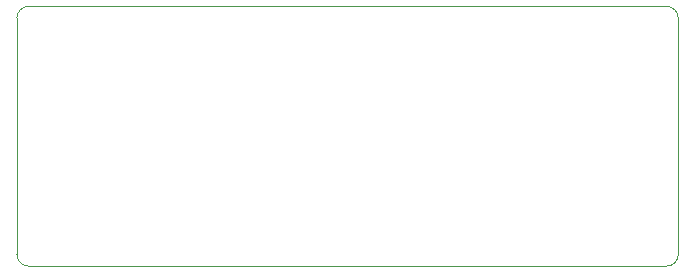
<source format=gbr>
G04 #@! TF.GenerationSoftware,KiCad,Pcbnew,(5.1.5-0-10_14)*
G04 #@! TF.CreationDate,2020-01-04T14:18:12-08:00*
G04 #@! TF.ProjectId,Grits,47726974-732e-46b6-9963-61645f706362,rev?*
G04 #@! TF.SameCoordinates,Original*
G04 #@! TF.FileFunction,Profile,NP*
%FSLAX46Y46*%
G04 Gerber Fmt 4.6, Leading zero omitted, Abs format (unit mm)*
G04 Created by KiCad (PCBNEW (5.1.5-0-10_14)) date 2020-01-04 14:18:12*
%MOMM*%
%LPD*%
G04 APERTURE LIST*
%ADD10C,0.050000*%
G04 APERTURE END LIST*
D10*
X105000000Y-95000000D02*
G75*
G02X106000000Y-94000000I1000000J0D01*
G01*
X106000000Y-116000000D02*
G75*
G02X105000000Y-115000000I0J1000000D01*
G01*
X161000000Y-115000000D02*
G75*
G02X160000000Y-116000000I-1000000J0D01*
G01*
X160000000Y-94000000D02*
G75*
G02X161000000Y-95000000I0J-1000000D01*
G01*
X160000000Y-116000000D02*
X106000000Y-116000000D01*
X161000000Y-95000000D02*
X161000000Y-115000000D01*
X106000000Y-94000000D02*
X160000000Y-94000000D01*
X105000000Y-115000000D02*
X105000000Y-95000000D01*
M02*

</source>
